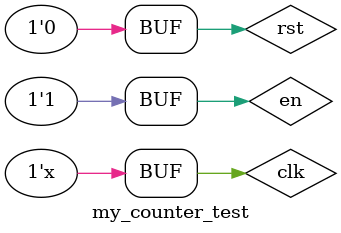
<source format=v>
module my_counter (input clk, rst, en, init, output co);

reg [5:0] current;
reg pulse;

always @ (posedge clk) begin

	if (init)
		pulse = 1'b1;
		
	if (current == 6'b100000)
		pulse = 1'b0;


end


always @ (posedge clk) begin

	if (rst || current == 6'b100000)
		current <= 6'b000000;
	else if (en && pulse)
		current = current + 1'b1;
		
	
		
end


assign co = (current == 6'b100000) ? 1 : 0;



endmodule


module my_counter_test;
	reg clk, rst, en, init;
	reg current, pulse;
	wire co;
	my_counter uut (clk, rst, en, init, co);
	
	initial begin
	clk = 1'b0;
	rst <= 1'b1;
	#5 rst <= 1'b0;
	#10 en <= 1'b1;
	init = 1'b1;
	end
	
	always @ (posedge clk) begin
	#20 init = 1'b0;
	#2000;
	#20 init = 1'b1;
	#20 init = 1'b0;
	end
	
	
always #5 clk = ~clk;


endmodule

</source>
